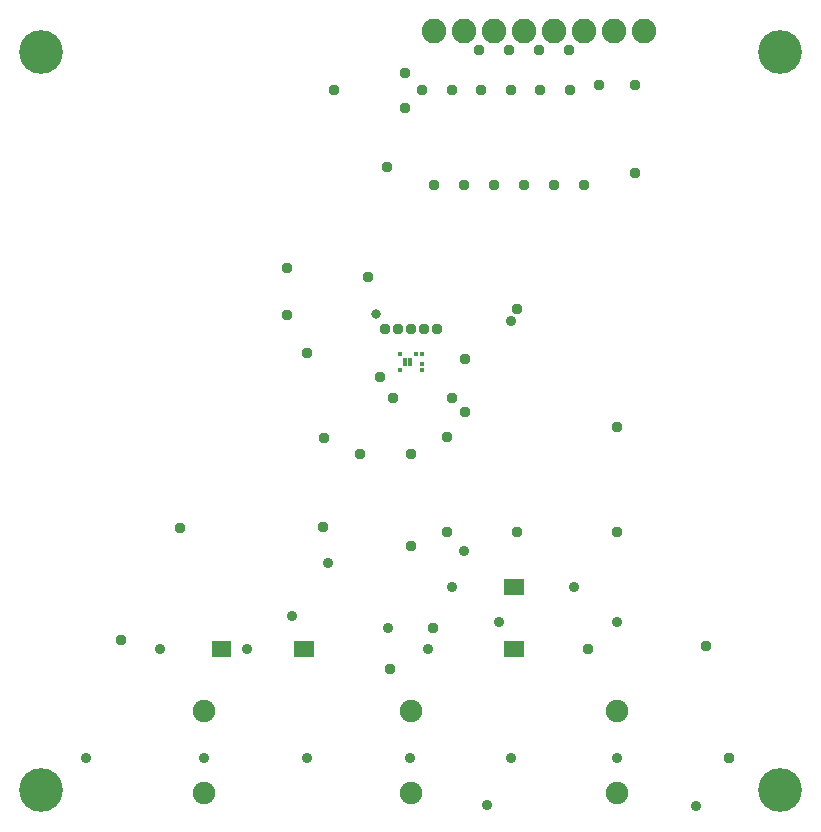
<source format=gbr>
G04 EAGLE Gerber RS-274X export*
G75*
%MOMM*%
%FSLAX34Y34*%
%LPD*%
%INSoldermask Bottom*%
%IPPOS*%
%AMOC8*
5,1,8,0,0,1.08239X$1,22.5*%
G01*
%ADD10C,3.703200*%
%ADD11C,1.903200*%
%ADD12C,2.082800*%
%ADD13R,0.838200X1.473200*%
%ADD14C,0.903200*%
%ADD15C,0.953200*%
%ADD16C,0.453200*%
%ADD17C,0.803200*%


D10*
X37500Y662500D03*
X662500Y662500D03*
X37500Y37500D03*
X662500Y37500D03*
D11*
X350000Y35000D03*
X350000Y105000D03*
X525000Y35000D03*
X525000Y105000D03*
X175000Y35000D03*
X175000Y105000D03*
D12*
X370000Y680000D03*
X395400Y680000D03*
X420800Y680000D03*
X446200Y680000D03*
X471600Y680000D03*
X497000Y680000D03*
X522400Y680000D03*
X547800Y680000D03*
D13*
X433436Y210000D03*
X441564Y210000D03*
X433436Y157500D03*
X441564Y157500D03*
X255936Y157500D03*
X264064Y157500D03*
X185936Y157500D03*
X194064Y157500D03*
D14*
X592000Y24000D03*
X175000Y65000D03*
X349500Y65000D03*
X525000Y65000D03*
X262500Y64500D03*
X425000Y180000D03*
X75000Y65000D03*
X525000Y180000D03*
D15*
X350500Y322500D03*
X307500Y322500D03*
D16*
X345700Y401800D03*
X349300Y401800D03*
X349300Y398200D03*
X345700Y398200D03*
D15*
X335000Y370000D03*
X245000Y440000D03*
X245000Y480000D03*
D14*
X435000Y65000D03*
D17*
X321000Y441000D03*
D15*
X276500Y336000D03*
X380500Y336500D03*
X525000Y345000D03*
X525000Y256500D03*
X155000Y260000D03*
X276000Y260500D03*
X105000Y165000D03*
X540000Y635000D03*
X285000Y630000D03*
X330000Y565000D03*
X540000Y560000D03*
X440000Y445000D03*
X380500Y256500D03*
X440500Y256500D03*
D14*
X250000Y185000D03*
D15*
X600000Y160000D03*
X620000Y65000D03*
D14*
X415000Y25000D03*
D15*
X510000Y635000D03*
X484500Y664000D03*
X458500Y664000D03*
X433500Y664000D03*
X408000Y664000D03*
X350000Y244500D03*
X500000Y157500D03*
D14*
X488000Y209500D03*
X331000Y175000D03*
X365000Y157500D03*
X211958Y157500D03*
D15*
X396500Y402500D03*
X396500Y358000D03*
D16*
X340700Y393200D03*
D15*
X324500Y387500D03*
D16*
X359300Y393200D03*
D15*
X385000Y370000D03*
X328000Y428000D03*
X370000Y550000D03*
X339000Y428000D03*
X395500Y550000D03*
X350000Y428000D03*
X421000Y550000D03*
X361000Y428000D03*
X446000Y550000D03*
X372000Y428000D03*
X471500Y550000D03*
X497000Y550000D03*
D16*
X359300Y406800D03*
X340700Y406800D03*
D15*
X262500Y407500D03*
X333000Y140000D03*
X369000Y175000D03*
D14*
X385000Y210000D03*
D15*
X345000Y615000D03*
X385000Y630000D03*
X410000Y630000D03*
X435000Y630000D03*
X345000Y645000D03*
X360000Y630000D03*
X460000Y630000D03*
X485000Y630000D03*
D16*
X359300Y398200D03*
D14*
X435000Y435000D03*
X138000Y157500D03*
D16*
X354300Y406800D03*
D15*
X314000Y472500D03*
D14*
X395000Y240000D03*
X280000Y230000D03*
M02*

</source>
